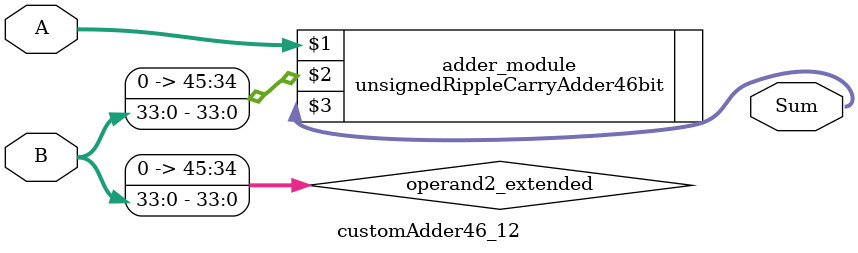
<source format=v>
module customAdder46_12(
                        input [45 : 0] A,
                        input [33 : 0] B,
                        
                        output [46 : 0] Sum
                );

        wire [45 : 0] operand2_extended;
        
        assign operand2_extended =  {12'b0, B};
        
        unsignedRippleCarryAdder46bit adder_module(
            A,
            operand2_extended,
            Sum
        );
        
        endmodule
        
</source>
